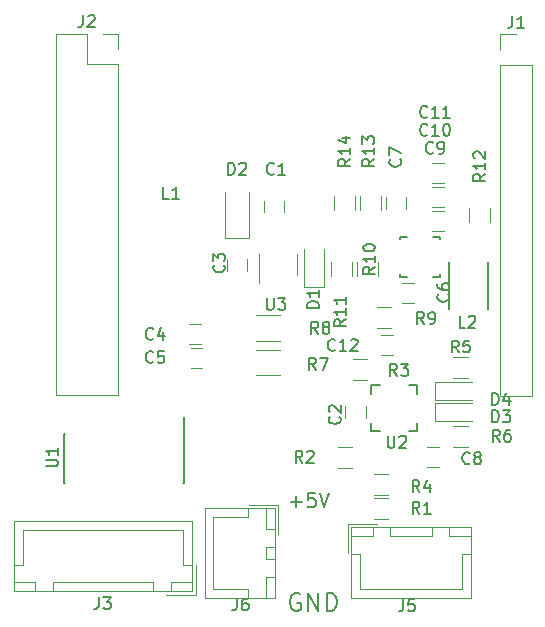
<source format=gbr>
G04 #@! TF.GenerationSoftware,KiCad,Pcbnew,(2017-09-19 revision dddaa7e69)-makepkg*
G04 #@! TF.CreationDate,2017-10-26T12:28:29+02:00*
G04 #@! TF.ProjectId,ezs-camera.kicad_pcb_v1.1,657A732D63616D6572612E6B69636164,rev?*
G04 #@! TF.SameCoordinates,Original*
G04 #@! TF.FileFunction,Legend,Top*
G04 #@! TF.FilePolarity,Positive*
%FSLAX46Y46*%
G04 Gerber Fmt 4.6, Leading zero omitted, Abs format (unit mm)*
G04 Created by KiCad (PCBNEW (2017-09-19 revision dddaa7e69)-makepkg) date 10/26/17 12:28:29*
%MOMM*%
%LPD*%
G01*
G04 APERTURE LIST*
%ADD10C,0.200000*%
%ADD11C,0.152400*%
%ADD12C,0.120000*%
%ADD13C,0.150000*%
G04 APERTURE END LIST*
D10*
X139192142Y-157619000D02*
X139049285Y-157547571D01*
X138835000Y-157547571D01*
X138620714Y-157619000D01*
X138477857Y-157761857D01*
X138406428Y-157904714D01*
X138335000Y-158190428D01*
X138335000Y-158404714D01*
X138406428Y-158690428D01*
X138477857Y-158833285D01*
X138620714Y-158976142D01*
X138835000Y-159047571D01*
X138977857Y-159047571D01*
X139192142Y-158976142D01*
X139263571Y-158904714D01*
X139263571Y-158404714D01*
X138977857Y-158404714D01*
X139906428Y-159047571D02*
X139906428Y-157547571D01*
X140763571Y-159047571D01*
X140763571Y-157547571D01*
X141477857Y-159047571D02*
X141477857Y-157547571D01*
X141835000Y-157547571D01*
X142049285Y-157619000D01*
X142192142Y-157761857D01*
X142263571Y-157904714D01*
X142335000Y-158190428D01*
X142335000Y-158404714D01*
X142263571Y-158690428D01*
X142192142Y-158833285D01*
X142049285Y-158976142D01*
X141835000Y-159047571D01*
X141477857Y-159047571D01*
X138411142Y-149818714D02*
X139325428Y-149818714D01*
X138868285Y-150275857D02*
X138868285Y-149361571D01*
X140468285Y-149075857D02*
X139896857Y-149075857D01*
X139839714Y-149647285D01*
X139896857Y-149590142D01*
X140011142Y-149533000D01*
X140296857Y-149533000D01*
X140411142Y-149590142D01*
X140468285Y-149647285D01*
X140525428Y-149761571D01*
X140525428Y-150047285D01*
X140468285Y-150161571D01*
X140411142Y-150218714D01*
X140296857Y-150275857D01*
X140011142Y-150275857D01*
X139896857Y-150218714D01*
X139839714Y-150161571D01*
X140868285Y-149075857D02*
X141268285Y-150275857D01*
X141668285Y-149075857D01*
D11*
X151053800Y-127406400D02*
X150485050Y-127406400D01*
X147701000Y-127406400D02*
X147701000Y-127597659D01*
X147701000Y-130759200D02*
X148269750Y-130759200D01*
X151053800Y-130759200D02*
X151053800Y-130567941D01*
X151053800Y-127597659D02*
X151053800Y-127406400D01*
X147701000Y-130567941D02*
X147701000Y-130759200D01*
X148269750Y-127406400D02*
X147701000Y-127406400D01*
X150485050Y-130759200D02*
X151053800Y-130759200D01*
D12*
X123758000Y-112770000D02*
X123758000Y-140770000D01*
X123758000Y-140770000D02*
X118558000Y-140770000D01*
X118558000Y-140770000D02*
X118558000Y-110170000D01*
X118558000Y-110170000D02*
X121158000Y-110170000D01*
X121158000Y-110170000D02*
X121158000Y-112770000D01*
X121158000Y-112770000D02*
X123758000Y-112770000D01*
X123758000Y-111500000D02*
X123758000Y-110170000D01*
X123758000Y-110170000D02*
X122488000Y-110170000D01*
X148820978Y-131312630D02*
X147820978Y-131312630D01*
X147820978Y-133012630D02*
X148820978Y-133012630D01*
X142402000Y-145170000D02*
X143602000Y-145170000D01*
X143602000Y-146930000D02*
X142402000Y-146930000D01*
X144748869Y-142722659D02*
X144748869Y-141722659D01*
X143048869Y-141722659D02*
X143048869Y-142722659D01*
X146031911Y-137401641D02*
X147031911Y-137401641D01*
X147031911Y-135701641D02*
X146031911Y-135701641D01*
X150931500Y-145200000D02*
X149931500Y-145200000D01*
X149931500Y-146900000D02*
X150931500Y-146900000D01*
X153388869Y-145134659D02*
X152188869Y-145134659D01*
X152188869Y-143374659D02*
X153388869Y-143374659D01*
X143540000Y-151982000D02*
X143540000Y-157932000D01*
X143540000Y-157932000D02*
X153640000Y-157932000D01*
X153640000Y-157932000D02*
X153640000Y-151982000D01*
X153640000Y-151982000D02*
X143540000Y-151982000D01*
X146840000Y-151982000D02*
X146840000Y-152732000D01*
X146840000Y-152732000D02*
X150340000Y-152732000D01*
X150340000Y-152732000D02*
X150340000Y-151982000D01*
X150340000Y-151982000D02*
X146840000Y-151982000D01*
X143540000Y-151982000D02*
X143540000Y-152732000D01*
X143540000Y-152732000D02*
X145340000Y-152732000D01*
X145340000Y-152732000D02*
X145340000Y-151982000D01*
X145340000Y-151982000D02*
X143540000Y-151982000D01*
X151840000Y-151982000D02*
X151840000Y-152732000D01*
X151840000Y-152732000D02*
X153640000Y-152732000D01*
X153640000Y-152732000D02*
X153640000Y-151982000D01*
X153640000Y-151982000D02*
X151840000Y-151982000D01*
X143540000Y-154232000D02*
X144290000Y-154232000D01*
X144290000Y-154232000D02*
X144290000Y-157182000D01*
X144290000Y-157182000D02*
X148590000Y-157182000D01*
X153640000Y-154232000D02*
X152890000Y-154232000D01*
X152890000Y-154232000D02*
X152890000Y-157182000D01*
X152890000Y-157182000D02*
X148590000Y-157182000D01*
X145740000Y-151682000D02*
X143240000Y-151682000D01*
X143240000Y-151682000D02*
X143240000Y-154182000D01*
X146650000Y-151248000D02*
X145450000Y-151248000D01*
X145450000Y-149488000D02*
X146650000Y-149488000D01*
X153788869Y-142972659D02*
X150588869Y-142972659D01*
X150588869Y-141472659D02*
X153788869Y-141472659D01*
X150588869Y-141472659D02*
X150588869Y-142972659D01*
X153788869Y-141194659D02*
X150588869Y-141194659D01*
X150588869Y-139694659D02*
X153788869Y-139694659D01*
X150588869Y-139694659D02*
X150588869Y-141194659D01*
X143645911Y-137703641D02*
X144845911Y-137703641D01*
X144845911Y-139463641D02*
X143645911Y-139463641D01*
X146650000Y-149216000D02*
X145450000Y-149216000D01*
X145450000Y-147456000D02*
X146650000Y-147456000D01*
X153388869Y-139292659D02*
X152188869Y-139292659D01*
X152188869Y-137532659D02*
X153388869Y-137532659D01*
X130058000Y-157390000D02*
X130058000Y-151440000D01*
X130058000Y-151440000D02*
X114958000Y-151440000D01*
X114958000Y-151440000D02*
X114958000Y-157390000D01*
X114958000Y-157390000D02*
X130058000Y-157390000D01*
X126758000Y-157390000D02*
X126758000Y-156640000D01*
X126758000Y-156640000D02*
X118258000Y-156640000D01*
X118258000Y-156640000D02*
X118258000Y-157390000D01*
X118258000Y-157390000D02*
X126758000Y-157390000D01*
X130058000Y-157390000D02*
X130058000Y-156640000D01*
X130058000Y-156640000D02*
X128258000Y-156640000D01*
X128258000Y-156640000D02*
X128258000Y-157390000D01*
X128258000Y-157390000D02*
X130058000Y-157390000D01*
X116758000Y-157390000D02*
X116758000Y-156640000D01*
X116758000Y-156640000D02*
X114958000Y-156640000D01*
X114958000Y-156640000D02*
X114958000Y-157390000D01*
X114958000Y-157390000D02*
X116758000Y-157390000D01*
X130058000Y-155140000D02*
X129308000Y-155140000D01*
X129308000Y-155140000D02*
X129308000Y-152190000D01*
X129308000Y-152190000D02*
X122508000Y-152190000D01*
X114958000Y-155140000D02*
X115708000Y-155140000D01*
X115708000Y-155140000D02*
X115708000Y-152190000D01*
X115708000Y-152190000D02*
X122508000Y-152190000D01*
X127858000Y-157690000D02*
X130358000Y-157690000D01*
X130358000Y-157690000D02*
X130358000Y-155190000D01*
X150360978Y-122852630D02*
X151360978Y-122852630D01*
X151360978Y-121152630D02*
X150360978Y-121152630D01*
X143866978Y-123942630D02*
X143866978Y-125142630D01*
X142106978Y-125142630D02*
X142106978Y-123942630D01*
X150360978Y-124884630D02*
X151360978Y-124884630D01*
X151360978Y-123184630D02*
X150360978Y-123184630D01*
X146454978Y-124042630D02*
X146454978Y-125042630D01*
X148154978Y-125042630D02*
X148154978Y-124042630D01*
X150360978Y-126916630D02*
X151360978Y-126916630D01*
X151360978Y-125216630D02*
X150360978Y-125216630D01*
X141852978Y-130730630D02*
X141852978Y-129530630D01*
X143612978Y-129530630D02*
X143612978Y-130730630D01*
D13*
X151808978Y-133527630D02*
X151808978Y-129527630D01*
X155094578Y-133527630D02*
X155094578Y-129527630D01*
D12*
X145688978Y-133314630D02*
X146888978Y-133314630D01*
X146888978Y-135074630D02*
X145688978Y-135074630D01*
X145771978Y-129530630D02*
X145771978Y-130730630D01*
X144011978Y-130730630D02*
X144011978Y-129530630D01*
X144265978Y-125142630D02*
X144265978Y-123942630D01*
X146025978Y-123942630D02*
X146025978Y-125142630D01*
X153536978Y-126156000D02*
X153536978Y-124956000D01*
X155296978Y-124956000D02*
X155296978Y-126156000D01*
D13*
X129378222Y-144046276D02*
X129353222Y-144046276D01*
X129378222Y-148196276D02*
X129273222Y-148196276D01*
X119228222Y-148196276D02*
X119333222Y-148196276D01*
X119228222Y-144046276D02*
X119333222Y-144046276D01*
X129378222Y-144046276D02*
X129378222Y-148196276D01*
X119228222Y-144046276D02*
X119228222Y-148196276D01*
X129353222Y-144046276D02*
X129353222Y-142671276D01*
D12*
X156170000Y-112820000D02*
X156170000Y-140820000D01*
X156170000Y-140820000D02*
X158830000Y-140820000D01*
X158830000Y-140820000D02*
X158830000Y-112820000D01*
X158830000Y-112820000D02*
X156170000Y-112820000D01*
X156170000Y-111550000D02*
X156170000Y-110220000D01*
X156170000Y-110220000D02*
X157500000Y-110220000D01*
X139506138Y-131600348D02*
X141206138Y-131600348D01*
X141206138Y-131600348D02*
X141206138Y-128450348D01*
X139506138Y-131600348D02*
X139506138Y-128450348D01*
X132858000Y-127472000D02*
X134858000Y-127472000D01*
X134858000Y-127472000D02*
X134858000Y-123572000D01*
X132858000Y-127472000D02*
X132858000Y-123572000D01*
X137477531Y-139088848D02*
X135477531Y-139088848D01*
X135477531Y-136948848D02*
X137477531Y-136948848D01*
X137482638Y-136167848D02*
X135482638Y-136167848D01*
X135482638Y-134027848D02*
X137482638Y-134027848D01*
X138913031Y-130637989D02*
X138913031Y-128837989D01*
X135693031Y-128837989D02*
X135693031Y-131287989D01*
X137070000Y-150358000D02*
X131120000Y-150358000D01*
X131120000Y-150358000D02*
X131120000Y-157958000D01*
X131120000Y-157958000D02*
X137070000Y-157958000D01*
X137070000Y-157958000D02*
X137070000Y-150358000D01*
X137070000Y-153658000D02*
X136320000Y-153658000D01*
X136320000Y-153658000D02*
X136320000Y-154658000D01*
X136320000Y-154658000D02*
X137070000Y-154658000D01*
X137070000Y-154658000D02*
X137070000Y-153658000D01*
X137070000Y-150358000D02*
X136320000Y-150358000D01*
X136320000Y-150358000D02*
X136320000Y-152158000D01*
X136320000Y-152158000D02*
X137070000Y-152158000D01*
X137070000Y-152158000D02*
X137070000Y-150358000D01*
X137070000Y-156158000D02*
X136320000Y-156158000D01*
X136320000Y-156158000D02*
X136320000Y-157958000D01*
X136320000Y-157958000D02*
X137070000Y-157958000D01*
X137070000Y-157958000D02*
X137070000Y-156158000D01*
X134820000Y-150358000D02*
X134820000Y-151108000D01*
X134820000Y-151108000D02*
X131870000Y-151108000D01*
X131870000Y-151108000D02*
X131870000Y-154158000D01*
X134820000Y-157958000D02*
X134820000Y-157208000D01*
X134820000Y-157208000D02*
X131870000Y-157208000D01*
X131870000Y-157208000D02*
X131870000Y-154158000D01*
X137370000Y-152558000D02*
X137370000Y-150058000D01*
X137370000Y-150058000D02*
X134870000Y-150058000D01*
X136135531Y-124310848D02*
X136135531Y-125310848D01*
X137835531Y-125310848D02*
X137835531Y-124310848D01*
X133024031Y-129237989D02*
X133024031Y-130237989D01*
X134724031Y-130237989D02*
X134724031Y-129237989D01*
X130818031Y-134786000D02*
X129818031Y-134786000D01*
X129818031Y-136486000D02*
X130818031Y-136486000D01*
X130929000Y-136818000D02*
X129929000Y-136818000D01*
X129929000Y-138518000D02*
X130929000Y-138518000D01*
D11*
X145211601Y-143102583D02*
X145211601Y-143840399D01*
X145949605Y-139928401D02*
X145211601Y-139928401D01*
X149123599Y-140666217D02*
X149123599Y-139928401D01*
X148385595Y-143840399D02*
X149123599Y-143840399D01*
X145211601Y-143840399D02*
X145949605Y-143840399D01*
X145211601Y-139928401D02*
X145211601Y-140666217D01*
X149123599Y-139928401D02*
X148385595Y-139928401D01*
X149123599Y-143840399D02*
X149123599Y-143102583D01*
D13*
X120824666Y-108622380D02*
X120824666Y-109336666D01*
X120777047Y-109479523D01*
X120681809Y-109574761D01*
X120538952Y-109622380D01*
X120443714Y-109622380D01*
X121253238Y-108717619D02*
X121300857Y-108670000D01*
X121396095Y-108622380D01*
X121634190Y-108622380D01*
X121729428Y-108670000D01*
X121777047Y-108717619D01*
X121824666Y-108812857D01*
X121824666Y-108908095D01*
X121777047Y-109050952D01*
X121205619Y-109622380D01*
X121824666Y-109622380D01*
X151741142Y-132246666D02*
X151788761Y-132294285D01*
X151836380Y-132437142D01*
X151836380Y-132532380D01*
X151788761Y-132675238D01*
X151693523Y-132770476D01*
X151598285Y-132818095D01*
X151407809Y-132865714D01*
X151264952Y-132865714D01*
X151074476Y-132818095D01*
X150979238Y-132770476D01*
X150884000Y-132675238D01*
X150836380Y-132532380D01*
X150836380Y-132437142D01*
X150884000Y-132294285D01*
X150931619Y-132246666D01*
X150836380Y-131389523D02*
X150836380Y-131580000D01*
X150884000Y-131675238D01*
X150931619Y-131722857D01*
X151074476Y-131818095D01*
X151264952Y-131865714D01*
X151645904Y-131865714D01*
X151741142Y-131818095D01*
X151788761Y-131770476D01*
X151836380Y-131675238D01*
X151836380Y-131484761D01*
X151788761Y-131389523D01*
X151741142Y-131341904D01*
X151645904Y-131294285D01*
X151407809Y-131294285D01*
X151312571Y-131341904D01*
X151264952Y-131389523D01*
X151217333Y-131484761D01*
X151217333Y-131675238D01*
X151264952Y-131770476D01*
X151312571Y-131818095D01*
X151407809Y-131865714D01*
X139406333Y-146502380D02*
X139073000Y-146026190D01*
X138834904Y-146502380D02*
X138834904Y-145502380D01*
X139215857Y-145502380D01*
X139311095Y-145550000D01*
X139358714Y-145597619D01*
X139406333Y-145692857D01*
X139406333Y-145835714D01*
X139358714Y-145930952D01*
X139311095Y-145978571D01*
X139215857Y-146026190D01*
X138834904Y-146026190D01*
X139787285Y-145597619D02*
X139834904Y-145550000D01*
X139930142Y-145502380D01*
X140168238Y-145502380D01*
X140263476Y-145550000D01*
X140311095Y-145597619D01*
X140358714Y-145692857D01*
X140358714Y-145788095D01*
X140311095Y-145930952D01*
X139739666Y-146502380D01*
X140358714Y-146502380D01*
X142533642Y-142597166D02*
X142581261Y-142644785D01*
X142628880Y-142787642D01*
X142628880Y-142882880D01*
X142581261Y-143025738D01*
X142486023Y-143120976D01*
X142390785Y-143168595D01*
X142200309Y-143216214D01*
X142057452Y-143216214D01*
X141866976Y-143168595D01*
X141771738Y-143120976D01*
X141676500Y-143025738D01*
X141628880Y-142882880D01*
X141628880Y-142787642D01*
X141676500Y-142644785D01*
X141724119Y-142597166D01*
X141724119Y-142216214D02*
X141676500Y-142168595D01*
X141628880Y-142073357D01*
X141628880Y-141835261D01*
X141676500Y-141740023D01*
X141724119Y-141692404D01*
X141819357Y-141644785D01*
X141914595Y-141644785D01*
X142057452Y-141692404D01*
X142628880Y-142263833D01*
X142628880Y-141644785D01*
X142168642Y-136945642D02*
X142121023Y-136993261D01*
X141978166Y-137040880D01*
X141882928Y-137040880D01*
X141740071Y-136993261D01*
X141644833Y-136898023D01*
X141597214Y-136802785D01*
X141549595Y-136612309D01*
X141549595Y-136469452D01*
X141597214Y-136278976D01*
X141644833Y-136183738D01*
X141740071Y-136088500D01*
X141882928Y-136040880D01*
X141978166Y-136040880D01*
X142121023Y-136088500D01*
X142168642Y-136136119D01*
X143121023Y-137040880D02*
X142549595Y-137040880D01*
X142835309Y-137040880D02*
X142835309Y-136040880D01*
X142740071Y-136183738D01*
X142644833Y-136278976D01*
X142549595Y-136326595D01*
X143501976Y-136136119D02*
X143549595Y-136088500D01*
X143644833Y-136040880D01*
X143882928Y-136040880D01*
X143978166Y-136088500D01*
X144025785Y-136136119D01*
X144073404Y-136231357D01*
X144073404Y-136326595D01*
X144025785Y-136469452D01*
X143454357Y-137040880D01*
X144073404Y-137040880D01*
X153566833Y-146534142D02*
X153519214Y-146581761D01*
X153376357Y-146629380D01*
X153281119Y-146629380D01*
X153138261Y-146581761D01*
X153043023Y-146486523D01*
X152995404Y-146391285D01*
X152947785Y-146200809D01*
X152947785Y-146057952D01*
X152995404Y-145867476D01*
X153043023Y-145772238D01*
X153138261Y-145677000D01*
X153281119Y-145629380D01*
X153376357Y-145629380D01*
X153519214Y-145677000D01*
X153566833Y-145724619D01*
X154138261Y-146057952D02*
X154043023Y-146010333D01*
X153995404Y-145962714D01*
X153947785Y-145867476D01*
X153947785Y-145819857D01*
X153995404Y-145724619D01*
X154043023Y-145677000D01*
X154138261Y-145629380D01*
X154328738Y-145629380D01*
X154423976Y-145677000D01*
X154471595Y-145724619D01*
X154519214Y-145819857D01*
X154519214Y-145867476D01*
X154471595Y-145962714D01*
X154423976Y-146010333D01*
X154328738Y-146057952D01*
X154138261Y-146057952D01*
X154043023Y-146105571D01*
X153995404Y-146153190D01*
X153947785Y-146248428D01*
X153947785Y-146438904D01*
X153995404Y-146534142D01*
X154043023Y-146581761D01*
X154138261Y-146629380D01*
X154328738Y-146629380D01*
X154423976Y-146581761D01*
X154471595Y-146534142D01*
X154519214Y-146438904D01*
X154519214Y-146248428D01*
X154471595Y-146153190D01*
X154423976Y-146105571D01*
X154328738Y-146057952D01*
X156106833Y-144724380D02*
X155773500Y-144248190D01*
X155535404Y-144724380D02*
X155535404Y-143724380D01*
X155916357Y-143724380D01*
X156011595Y-143772000D01*
X156059214Y-143819619D01*
X156106833Y-143914857D01*
X156106833Y-144057714D01*
X156059214Y-144152952D01*
X156011595Y-144200571D01*
X155916357Y-144248190D01*
X155535404Y-144248190D01*
X156963976Y-143724380D02*
X156773500Y-143724380D01*
X156678261Y-143772000D01*
X156630642Y-143819619D01*
X156535404Y-143962476D01*
X156487785Y-144152952D01*
X156487785Y-144533904D01*
X156535404Y-144629142D01*
X156583023Y-144676761D01*
X156678261Y-144724380D01*
X156868738Y-144724380D01*
X156963976Y-144676761D01*
X157011595Y-144629142D01*
X157059214Y-144533904D01*
X157059214Y-144295809D01*
X157011595Y-144200571D01*
X156963976Y-144152952D01*
X156868738Y-144105333D01*
X156678261Y-144105333D01*
X156583023Y-144152952D01*
X156535404Y-144200571D01*
X156487785Y-144295809D01*
X147939166Y-158075380D02*
X147939166Y-158789666D01*
X147891547Y-158932523D01*
X147796309Y-159027761D01*
X147653452Y-159075380D01*
X147558214Y-159075380D01*
X148891547Y-158075380D02*
X148415357Y-158075380D01*
X148367738Y-158551571D01*
X148415357Y-158503952D01*
X148510595Y-158456333D01*
X148748690Y-158456333D01*
X148843928Y-158503952D01*
X148891547Y-158551571D01*
X148939166Y-158646809D01*
X148939166Y-158884904D01*
X148891547Y-158980142D01*
X148843928Y-159027761D01*
X148748690Y-159075380D01*
X148510595Y-159075380D01*
X148415357Y-159027761D01*
X148367738Y-158980142D01*
X149312333Y-150820380D02*
X148979000Y-150344190D01*
X148740904Y-150820380D02*
X148740904Y-149820380D01*
X149121857Y-149820380D01*
X149217095Y-149868000D01*
X149264714Y-149915619D01*
X149312333Y-150010857D01*
X149312333Y-150153714D01*
X149264714Y-150248952D01*
X149217095Y-150296571D01*
X149121857Y-150344190D01*
X148740904Y-150344190D01*
X150264714Y-150820380D02*
X149693285Y-150820380D01*
X149979000Y-150820380D02*
X149979000Y-149820380D01*
X149883761Y-149963238D01*
X149788523Y-150058476D01*
X149693285Y-150106095D01*
X155471904Y-143073380D02*
X155471904Y-142073380D01*
X155710000Y-142073380D01*
X155852857Y-142121000D01*
X155948095Y-142216238D01*
X155995714Y-142311476D01*
X156043333Y-142501952D01*
X156043333Y-142644809D01*
X155995714Y-142835285D01*
X155948095Y-142930523D01*
X155852857Y-143025761D01*
X155710000Y-143073380D01*
X155471904Y-143073380D01*
X156376666Y-142073380D02*
X156995714Y-142073380D01*
X156662380Y-142454333D01*
X156805238Y-142454333D01*
X156900476Y-142501952D01*
X156948095Y-142549571D01*
X156995714Y-142644809D01*
X156995714Y-142882904D01*
X156948095Y-142978142D01*
X156900476Y-143025761D01*
X156805238Y-143073380D01*
X156519523Y-143073380D01*
X156424285Y-143025761D01*
X156376666Y-142978142D01*
X155471904Y-141612880D02*
X155471904Y-140612880D01*
X155710000Y-140612880D01*
X155852857Y-140660500D01*
X155948095Y-140755738D01*
X155995714Y-140850976D01*
X156043333Y-141041452D01*
X156043333Y-141184309D01*
X155995714Y-141374785D01*
X155948095Y-141470023D01*
X155852857Y-141565261D01*
X155710000Y-141612880D01*
X155471904Y-141612880D01*
X156900476Y-140946214D02*
X156900476Y-141612880D01*
X156662380Y-140565261D02*
X156424285Y-141279547D01*
X157043333Y-141279547D01*
X147407333Y-139136380D02*
X147074000Y-138660190D01*
X146835904Y-139136380D02*
X146835904Y-138136380D01*
X147216857Y-138136380D01*
X147312095Y-138184000D01*
X147359714Y-138231619D01*
X147407333Y-138326857D01*
X147407333Y-138469714D01*
X147359714Y-138564952D01*
X147312095Y-138612571D01*
X147216857Y-138660190D01*
X146835904Y-138660190D01*
X147740666Y-138136380D02*
X148359714Y-138136380D01*
X148026380Y-138517333D01*
X148169238Y-138517333D01*
X148264476Y-138564952D01*
X148312095Y-138612571D01*
X148359714Y-138707809D01*
X148359714Y-138945904D01*
X148312095Y-139041142D01*
X148264476Y-139088761D01*
X148169238Y-139136380D01*
X147883523Y-139136380D01*
X147788285Y-139088761D01*
X147740666Y-139041142D01*
X149312333Y-148978880D02*
X148979000Y-148502690D01*
X148740904Y-148978880D02*
X148740904Y-147978880D01*
X149121857Y-147978880D01*
X149217095Y-148026500D01*
X149264714Y-148074119D01*
X149312333Y-148169357D01*
X149312333Y-148312214D01*
X149264714Y-148407452D01*
X149217095Y-148455071D01*
X149121857Y-148502690D01*
X148740904Y-148502690D01*
X150169476Y-148312214D02*
X150169476Y-148978880D01*
X149931380Y-147931261D02*
X149693285Y-148645547D01*
X150312333Y-148645547D01*
X152622202Y-137165039D02*
X152288869Y-136688849D01*
X152050773Y-137165039D02*
X152050773Y-136165039D01*
X152431726Y-136165039D01*
X152526964Y-136212659D01*
X152574583Y-136260278D01*
X152622202Y-136355516D01*
X152622202Y-136498373D01*
X152574583Y-136593611D01*
X152526964Y-136641230D01*
X152431726Y-136688849D01*
X152050773Y-136688849D01*
X153526964Y-136165039D02*
X153050773Y-136165039D01*
X153003154Y-136641230D01*
X153050773Y-136593611D01*
X153146011Y-136545992D01*
X153384107Y-136545992D01*
X153479345Y-136593611D01*
X153526964Y-136641230D01*
X153574583Y-136736468D01*
X153574583Y-136974563D01*
X153526964Y-137069801D01*
X153479345Y-137117420D01*
X153384107Y-137165039D01*
X153146011Y-137165039D01*
X153050773Y-137117420D01*
X153003154Y-137069801D01*
X122174666Y-157892380D02*
X122174666Y-158606666D01*
X122127047Y-158749523D01*
X122031809Y-158844761D01*
X121888952Y-158892380D01*
X121793714Y-158892380D01*
X122555619Y-157892380D02*
X123174666Y-157892380D01*
X122841333Y-158273333D01*
X122984190Y-158273333D01*
X123079428Y-158320952D01*
X123127047Y-158368571D01*
X123174666Y-158463809D01*
X123174666Y-158701904D01*
X123127047Y-158797142D01*
X123079428Y-158844761D01*
X122984190Y-158892380D01*
X122698476Y-158892380D01*
X122603238Y-158844761D01*
X122555619Y-158797142D01*
X149979142Y-117197142D02*
X149931523Y-117244761D01*
X149788666Y-117292380D01*
X149693428Y-117292380D01*
X149550571Y-117244761D01*
X149455333Y-117149523D01*
X149407714Y-117054285D01*
X149360095Y-116863809D01*
X149360095Y-116720952D01*
X149407714Y-116530476D01*
X149455333Y-116435238D01*
X149550571Y-116340000D01*
X149693428Y-116292380D01*
X149788666Y-116292380D01*
X149931523Y-116340000D01*
X149979142Y-116387619D01*
X150931523Y-117292380D02*
X150360095Y-117292380D01*
X150645809Y-117292380D02*
X150645809Y-116292380D01*
X150550571Y-116435238D01*
X150455333Y-116530476D01*
X150360095Y-116578095D01*
X151883904Y-117292380D02*
X151312476Y-117292380D01*
X151598190Y-117292380D02*
X151598190Y-116292380D01*
X151502952Y-116435238D01*
X151407714Y-116530476D01*
X151312476Y-116578095D01*
X143454380Y-120784857D02*
X142978190Y-121118190D01*
X143454380Y-121356285D02*
X142454380Y-121356285D01*
X142454380Y-120975333D01*
X142502000Y-120880095D01*
X142549619Y-120832476D01*
X142644857Y-120784857D01*
X142787714Y-120784857D01*
X142882952Y-120832476D01*
X142930571Y-120880095D01*
X142978190Y-120975333D01*
X142978190Y-121356285D01*
X143454380Y-119832476D02*
X143454380Y-120403904D01*
X143454380Y-120118190D02*
X142454380Y-120118190D01*
X142597238Y-120213428D01*
X142692476Y-120308666D01*
X142740095Y-120403904D01*
X142787714Y-118975333D02*
X143454380Y-118975333D01*
X142406761Y-119213428D02*
X143121047Y-119451523D01*
X143121047Y-118832476D01*
X149979142Y-118721142D02*
X149931523Y-118768761D01*
X149788666Y-118816380D01*
X149693428Y-118816380D01*
X149550571Y-118768761D01*
X149455333Y-118673523D01*
X149407714Y-118578285D01*
X149360095Y-118387809D01*
X149360095Y-118244952D01*
X149407714Y-118054476D01*
X149455333Y-117959238D01*
X149550571Y-117864000D01*
X149693428Y-117816380D01*
X149788666Y-117816380D01*
X149931523Y-117864000D01*
X149979142Y-117911619D01*
X150931523Y-118816380D02*
X150360095Y-118816380D01*
X150645809Y-118816380D02*
X150645809Y-117816380D01*
X150550571Y-117959238D01*
X150455333Y-118054476D01*
X150360095Y-118102095D01*
X151550571Y-117816380D02*
X151645809Y-117816380D01*
X151741047Y-117864000D01*
X151788666Y-117911619D01*
X151836285Y-118006857D01*
X151883904Y-118197333D01*
X151883904Y-118435428D01*
X151836285Y-118625904D01*
X151788666Y-118721142D01*
X151741047Y-118768761D01*
X151645809Y-118816380D01*
X151550571Y-118816380D01*
X151455333Y-118768761D01*
X151407714Y-118721142D01*
X151360095Y-118625904D01*
X151312476Y-118435428D01*
X151312476Y-118197333D01*
X151360095Y-118006857D01*
X151407714Y-117911619D01*
X151455333Y-117864000D01*
X151550571Y-117816380D01*
X147677142Y-120816666D02*
X147724761Y-120864285D01*
X147772380Y-121007142D01*
X147772380Y-121102380D01*
X147724761Y-121245238D01*
X147629523Y-121340476D01*
X147534285Y-121388095D01*
X147343809Y-121435714D01*
X147200952Y-121435714D01*
X147010476Y-121388095D01*
X146915238Y-121340476D01*
X146820000Y-121245238D01*
X146772380Y-121102380D01*
X146772380Y-121007142D01*
X146820000Y-120864285D01*
X146867619Y-120816666D01*
X146772380Y-120483333D02*
X146772380Y-119816666D01*
X147772380Y-120245238D01*
X150455333Y-120245142D02*
X150407714Y-120292761D01*
X150264857Y-120340380D01*
X150169619Y-120340380D01*
X150026761Y-120292761D01*
X149931523Y-120197523D01*
X149883904Y-120102285D01*
X149836285Y-119911809D01*
X149836285Y-119768952D01*
X149883904Y-119578476D01*
X149931523Y-119483238D01*
X150026761Y-119388000D01*
X150169619Y-119340380D01*
X150264857Y-119340380D01*
X150407714Y-119388000D01*
X150455333Y-119435619D01*
X150931523Y-120340380D02*
X151122000Y-120340380D01*
X151217238Y-120292761D01*
X151264857Y-120245142D01*
X151360095Y-120102285D01*
X151407714Y-119911809D01*
X151407714Y-119530857D01*
X151360095Y-119435619D01*
X151312476Y-119388000D01*
X151217238Y-119340380D01*
X151026761Y-119340380D01*
X150931523Y-119388000D01*
X150883904Y-119435619D01*
X150836285Y-119530857D01*
X150836285Y-119768952D01*
X150883904Y-119864190D01*
X150931523Y-119911809D01*
X151026761Y-119959428D01*
X151217238Y-119959428D01*
X151312476Y-119911809D01*
X151360095Y-119864190D01*
X151407714Y-119768952D01*
X143073380Y-134373857D02*
X142597190Y-134707190D01*
X143073380Y-134945285D02*
X142073380Y-134945285D01*
X142073380Y-134564333D01*
X142121000Y-134469095D01*
X142168619Y-134421476D01*
X142263857Y-134373857D01*
X142406714Y-134373857D01*
X142501952Y-134421476D01*
X142549571Y-134469095D01*
X142597190Y-134564333D01*
X142597190Y-134945285D01*
X143073380Y-133421476D02*
X143073380Y-133992904D01*
X143073380Y-133707190D02*
X142073380Y-133707190D01*
X142216238Y-133802428D01*
X142311476Y-133897666D01*
X142359095Y-133992904D01*
X143073380Y-132469095D02*
X143073380Y-133040523D01*
X143073380Y-132754809D02*
X142073380Y-132754809D01*
X142216238Y-132850047D01*
X142311476Y-132945285D01*
X142359095Y-133040523D01*
X153185833Y-135072380D02*
X152709642Y-135072380D01*
X152709642Y-134072380D01*
X153471547Y-134167619D02*
X153519166Y-134120000D01*
X153614404Y-134072380D01*
X153852500Y-134072380D01*
X153947738Y-134120000D01*
X153995357Y-134167619D01*
X154042976Y-134262857D01*
X154042976Y-134358095D01*
X153995357Y-134500952D01*
X153423928Y-135072380D01*
X154042976Y-135072380D01*
X149693333Y-134754880D02*
X149360000Y-134278690D01*
X149121904Y-134754880D02*
X149121904Y-133754880D01*
X149502857Y-133754880D01*
X149598095Y-133802500D01*
X149645714Y-133850119D01*
X149693333Y-133945357D01*
X149693333Y-134088214D01*
X149645714Y-134183452D01*
X149598095Y-134231071D01*
X149502857Y-134278690D01*
X149121904Y-134278690D01*
X150169523Y-134754880D02*
X150360000Y-134754880D01*
X150455238Y-134707261D01*
X150502857Y-134659642D01*
X150598095Y-134516785D01*
X150645714Y-134326309D01*
X150645714Y-133945357D01*
X150598095Y-133850119D01*
X150550476Y-133802500D01*
X150455238Y-133754880D01*
X150264761Y-133754880D01*
X150169523Y-133802500D01*
X150121904Y-133850119D01*
X150074285Y-133945357D01*
X150074285Y-134183452D01*
X150121904Y-134278690D01*
X150169523Y-134326309D01*
X150264761Y-134373928D01*
X150455238Y-134373928D01*
X150550476Y-134326309D01*
X150598095Y-134278690D01*
X150645714Y-134183452D01*
X145549880Y-129928857D02*
X145073690Y-130262190D01*
X145549880Y-130500285D02*
X144549880Y-130500285D01*
X144549880Y-130119333D01*
X144597500Y-130024095D01*
X144645119Y-129976476D01*
X144740357Y-129928857D01*
X144883214Y-129928857D01*
X144978452Y-129976476D01*
X145026071Y-130024095D01*
X145073690Y-130119333D01*
X145073690Y-130500285D01*
X145549880Y-128976476D02*
X145549880Y-129547904D01*
X145549880Y-129262190D02*
X144549880Y-129262190D01*
X144692738Y-129357428D01*
X144787976Y-129452666D01*
X144835595Y-129547904D01*
X144549880Y-128357428D02*
X144549880Y-128262190D01*
X144597500Y-128166952D01*
X144645119Y-128119333D01*
X144740357Y-128071714D01*
X144930833Y-128024095D01*
X145168928Y-128024095D01*
X145359404Y-128071714D01*
X145454642Y-128119333D01*
X145502261Y-128166952D01*
X145549880Y-128262190D01*
X145549880Y-128357428D01*
X145502261Y-128452666D01*
X145454642Y-128500285D01*
X145359404Y-128547904D01*
X145168928Y-128595523D01*
X144930833Y-128595523D01*
X144740357Y-128547904D01*
X144645119Y-128500285D01*
X144597500Y-128452666D01*
X144549880Y-128357428D01*
X145486380Y-120784857D02*
X145010190Y-121118190D01*
X145486380Y-121356285D02*
X144486380Y-121356285D01*
X144486380Y-120975333D01*
X144534000Y-120880095D01*
X144581619Y-120832476D01*
X144676857Y-120784857D01*
X144819714Y-120784857D01*
X144914952Y-120832476D01*
X144962571Y-120880095D01*
X145010190Y-120975333D01*
X145010190Y-121356285D01*
X145486380Y-119832476D02*
X145486380Y-120403904D01*
X145486380Y-120118190D02*
X144486380Y-120118190D01*
X144629238Y-120213428D01*
X144724476Y-120308666D01*
X144772095Y-120403904D01*
X144486380Y-119499142D02*
X144486380Y-118880095D01*
X144867333Y-119213428D01*
X144867333Y-119070571D01*
X144914952Y-118975333D01*
X144962571Y-118927714D01*
X145057809Y-118880095D01*
X145295904Y-118880095D01*
X145391142Y-118927714D01*
X145438761Y-118975333D01*
X145486380Y-119070571D01*
X145486380Y-119356285D01*
X145438761Y-119451523D01*
X145391142Y-119499142D01*
X154884380Y-122054857D02*
X154408190Y-122388190D01*
X154884380Y-122626285D02*
X153884380Y-122626285D01*
X153884380Y-122245333D01*
X153932000Y-122150095D01*
X153979619Y-122102476D01*
X154074857Y-122054857D01*
X154217714Y-122054857D01*
X154312952Y-122102476D01*
X154360571Y-122150095D01*
X154408190Y-122245333D01*
X154408190Y-122626285D01*
X154884380Y-121102476D02*
X154884380Y-121673904D01*
X154884380Y-121388190D02*
X153884380Y-121388190D01*
X154027238Y-121483428D01*
X154122476Y-121578666D01*
X154170095Y-121673904D01*
X153979619Y-120721523D02*
X153932000Y-120673904D01*
X153884380Y-120578666D01*
X153884380Y-120340571D01*
X153932000Y-120245333D01*
X153979619Y-120197714D01*
X154074857Y-120150095D01*
X154170095Y-120150095D01*
X154312952Y-120197714D01*
X154884380Y-120769142D01*
X154884380Y-120150095D01*
X117689380Y-146811904D02*
X118498904Y-146811904D01*
X118594142Y-146764285D01*
X118641761Y-146716666D01*
X118689380Y-146621428D01*
X118689380Y-146430952D01*
X118641761Y-146335714D01*
X118594142Y-146288095D01*
X118498904Y-146240476D01*
X117689380Y-146240476D01*
X118689380Y-145240476D02*
X118689380Y-145811904D01*
X118689380Y-145526190D02*
X117689380Y-145526190D01*
X117832238Y-145621428D01*
X117927476Y-145716666D01*
X117975095Y-145811904D01*
X157166666Y-108672380D02*
X157166666Y-109386666D01*
X157119047Y-109529523D01*
X157023809Y-109624761D01*
X156880952Y-109672380D01*
X156785714Y-109672380D01*
X158166666Y-109672380D02*
X157595238Y-109672380D01*
X157880952Y-109672380D02*
X157880952Y-108672380D01*
X157785714Y-108815238D01*
X157690476Y-108910476D01*
X157595238Y-108958095D01*
X140787380Y-133389595D02*
X139787380Y-133389595D01*
X139787380Y-133151500D01*
X139835000Y-133008642D01*
X139930238Y-132913404D01*
X140025476Y-132865785D01*
X140215952Y-132818166D01*
X140358809Y-132818166D01*
X140549285Y-132865785D01*
X140644523Y-132913404D01*
X140739761Y-133008642D01*
X140787380Y-133151500D01*
X140787380Y-133389595D01*
X140787380Y-131865785D02*
X140787380Y-132437214D01*
X140787380Y-132151500D02*
X139787380Y-132151500D01*
X139930238Y-132246738D01*
X140025476Y-132341976D01*
X140073095Y-132437214D01*
X133119904Y-122118380D02*
X133119904Y-121118380D01*
X133358000Y-121118380D01*
X133500857Y-121166000D01*
X133596095Y-121261238D01*
X133643714Y-121356476D01*
X133691333Y-121546952D01*
X133691333Y-121689809D01*
X133643714Y-121880285D01*
X133596095Y-121975523D01*
X133500857Y-122070761D01*
X133358000Y-122118380D01*
X133119904Y-122118380D01*
X134072285Y-121213619D02*
X134119904Y-121166000D01*
X134215142Y-121118380D01*
X134453238Y-121118380D01*
X134548476Y-121166000D01*
X134596095Y-121213619D01*
X134643714Y-121308857D01*
X134643714Y-121404095D01*
X134596095Y-121546952D01*
X134024666Y-122118380D01*
X134643714Y-122118380D01*
X140549333Y-138628380D02*
X140216000Y-138152190D01*
X139977904Y-138628380D02*
X139977904Y-137628380D01*
X140358857Y-137628380D01*
X140454095Y-137676000D01*
X140501714Y-137723619D01*
X140549333Y-137818857D01*
X140549333Y-137961714D01*
X140501714Y-138056952D01*
X140454095Y-138104571D01*
X140358857Y-138152190D01*
X139977904Y-138152190D01*
X140882666Y-137628380D02*
X141549333Y-137628380D01*
X141120761Y-138628380D01*
X140739833Y-135580380D02*
X140406500Y-135104190D01*
X140168404Y-135580380D02*
X140168404Y-134580380D01*
X140549357Y-134580380D01*
X140644595Y-134628000D01*
X140692214Y-134675619D01*
X140739833Y-134770857D01*
X140739833Y-134913714D01*
X140692214Y-135008952D01*
X140644595Y-135056571D01*
X140549357Y-135104190D01*
X140168404Y-135104190D01*
X141311261Y-135008952D02*
X141216023Y-134961333D01*
X141168404Y-134913714D01*
X141120785Y-134818476D01*
X141120785Y-134770857D01*
X141168404Y-134675619D01*
X141216023Y-134628000D01*
X141311261Y-134580380D01*
X141501738Y-134580380D01*
X141596976Y-134628000D01*
X141644595Y-134675619D01*
X141692214Y-134770857D01*
X141692214Y-134818476D01*
X141644595Y-134913714D01*
X141596976Y-134961333D01*
X141501738Y-135008952D01*
X141311261Y-135008952D01*
X141216023Y-135056571D01*
X141168404Y-135104190D01*
X141120785Y-135199428D01*
X141120785Y-135389904D01*
X141168404Y-135485142D01*
X141216023Y-135532761D01*
X141311261Y-135580380D01*
X141501738Y-135580380D01*
X141596976Y-135532761D01*
X141644595Y-135485142D01*
X141692214Y-135389904D01*
X141692214Y-135199428D01*
X141644595Y-135104190D01*
X141596976Y-135056571D01*
X141501738Y-135008952D01*
X136398095Y-132548380D02*
X136398095Y-133357904D01*
X136445714Y-133453142D01*
X136493333Y-133500761D01*
X136588571Y-133548380D01*
X136779047Y-133548380D01*
X136874285Y-133500761D01*
X136921904Y-133453142D01*
X136969523Y-133357904D01*
X136969523Y-132548380D01*
X137350476Y-132548380D02*
X137969523Y-132548380D01*
X137636190Y-132929333D01*
X137779047Y-132929333D01*
X137874285Y-132976952D01*
X137921904Y-133024571D01*
X137969523Y-133119809D01*
X137969523Y-133357904D01*
X137921904Y-133453142D01*
X137874285Y-133500761D01*
X137779047Y-133548380D01*
X137493333Y-133548380D01*
X137398095Y-133500761D01*
X137350476Y-133453142D01*
X133842166Y-158011880D02*
X133842166Y-158726166D01*
X133794547Y-158869023D01*
X133699309Y-158964261D01*
X133556452Y-159011880D01*
X133461214Y-159011880D01*
X134746928Y-158011880D02*
X134556452Y-158011880D01*
X134461214Y-158059500D01*
X134413595Y-158107119D01*
X134318357Y-158249976D01*
X134270738Y-158440452D01*
X134270738Y-158821404D01*
X134318357Y-158916642D01*
X134365976Y-158964261D01*
X134461214Y-159011880D01*
X134651690Y-159011880D01*
X134746928Y-158964261D01*
X134794547Y-158916642D01*
X134842166Y-158821404D01*
X134842166Y-158583309D01*
X134794547Y-158488071D01*
X134746928Y-158440452D01*
X134651690Y-158392833D01*
X134461214Y-158392833D01*
X134365976Y-158440452D01*
X134318357Y-158488071D01*
X134270738Y-158583309D01*
X136993333Y-122023142D02*
X136945714Y-122070761D01*
X136802857Y-122118380D01*
X136707619Y-122118380D01*
X136564761Y-122070761D01*
X136469523Y-121975523D01*
X136421904Y-121880285D01*
X136374285Y-121689809D01*
X136374285Y-121546952D01*
X136421904Y-121356476D01*
X136469523Y-121261238D01*
X136564761Y-121166000D01*
X136707619Y-121118380D01*
X136802857Y-121118380D01*
X136945714Y-121166000D01*
X136993333Y-121213619D01*
X137945714Y-122118380D02*
X137374285Y-122118380D01*
X137660000Y-122118380D02*
X137660000Y-121118380D01*
X137564761Y-121261238D01*
X137469523Y-121356476D01*
X137374285Y-121404095D01*
X132754642Y-129770166D02*
X132802261Y-129817785D01*
X132849880Y-129960642D01*
X132849880Y-130055880D01*
X132802261Y-130198738D01*
X132707023Y-130293976D01*
X132611785Y-130341595D01*
X132421309Y-130389214D01*
X132278452Y-130389214D01*
X132087976Y-130341595D01*
X131992738Y-130293976D01*
X131897500Y-130198738D01*
X131849880Y-130055880D01*
X131849880Y-129960642D01*
X131897500Y-129817785D01*
X131945119Y-129770166D01*
X131849880Y-129436833D02*
X131849880Y-128817785D01*
X132230833Y-129151119D01*
X132230833Y-129008261D01*
X132278452Y-128913023D01*
X132326071Y-128865404D01*
X132421309Y-128817785D01*
X132659404Y-128817785D01*
X132754642Y-128865404D01*
X132802261Y-128913023D01*
X132849880Y-129008261D01*
X132849880Y-129293976D01*
X132802261Y-129389214D01*
X132754642Y-129436833D01*
X126769833Y-135993142D02*
X126722214Y-136040761D01*
X126579357Y-136088380D01*
X126484119Y-136088380D01*
X126341261Y-136040761D01*
X126246023Y-135945523D01*
X126198404Y-135850285D01*
X126150785Y-135659809D01*
X126150785Y-135516952D01*
X126198404Y-135326476D01*
X126246023Y-135231238D01*
X126341261Y-135136000D01*
X126484119Y-135088380D01*
X126579357Y-135088380D01*
X126722214Y-135136000D01*
X126769833Y-135183619D01*
X127626976Y-135421714D02*
X127626976Y-136088380D01*
X127388880Y-135040761D02*
X127150785Y-135755047D01*
X127769833Y-135755047D01*
X126769833Y-137961642D02*
X126722214Y-138009261D01*
X126579357Y-138056880D01*
X126484119Y-138056880D01*
X126341261Y-138009261D01*
X126246023Y-137914023D01*
X126198404Y-137818785D01*
X126150785Y-137628309D01*
X126150785Y-137485452D01*
X126198404Y-137294976D01*
X126246023Y-137199738D01*
X126341261Y-137104500D01*
X126484119Y-137056880D01*
X126579357Y-137056880D01*
X126722214Y-137104500D01*
X126769833Y-137152119D01*
X127674595Y-137056880D02*
X127198404Y-137056880D01*
X127150785Y-137533071D01*
X127198404Y-137485452D01*
X127293642Y-137437833D01*
X127531738Y-137437833D01*
X127626976Y-137485452D01*
X127674595Y-137533071D01*
X127722214Y-137628309D01*
X127722214Y-137866404D01*
X127674595Y-137961642D01*
X127626976Y-138009261D01*
X127531738Y-138056880D01*
X127293642Y-138056880D01*
X127198404Y-138009261D01*
X127150785Y-137961642D01*
X128103333Y-124150380D02*
X127627142Y-124150380D01*
X127627142Y-123150380D01*
X128960476Y-124150380D02*
X128389047Y-124150380D01*
X128674761Y-124150380D02*
X128674761Y-123150380D01*
X128579523Y-123293238D01*
X128484285Y-123388476D01*
X128389047Y-123436095D01*
X146621595Y-144232380D02*
X146621595Y-145041904D01*
X146669214Y-145137142D01*
X146716833Y-145184761D01*
X146812071Y-145232380D01*
X147002547Y-145232380D01*
X147097785Y-145184761D01*
X147145404Y-145137142D01*
X147193023Y-145041904D01*
X147193023Y-144232380D01*
X147621595Y-144327619D02*
X147669214Y-144280000D01*
X147764452Y-144232380D01*
X148002547Y-144232380D01*
X148097785Y-144280000D01*
X148145404Y-144327619D01*
X148193023Y-144422857D01*
X148193023Y-144518095D01*
X148145404Y-144660952D01*
X147573976Y-145232380D01*
X148193023Y-145232380D01*
M02*

</source>
